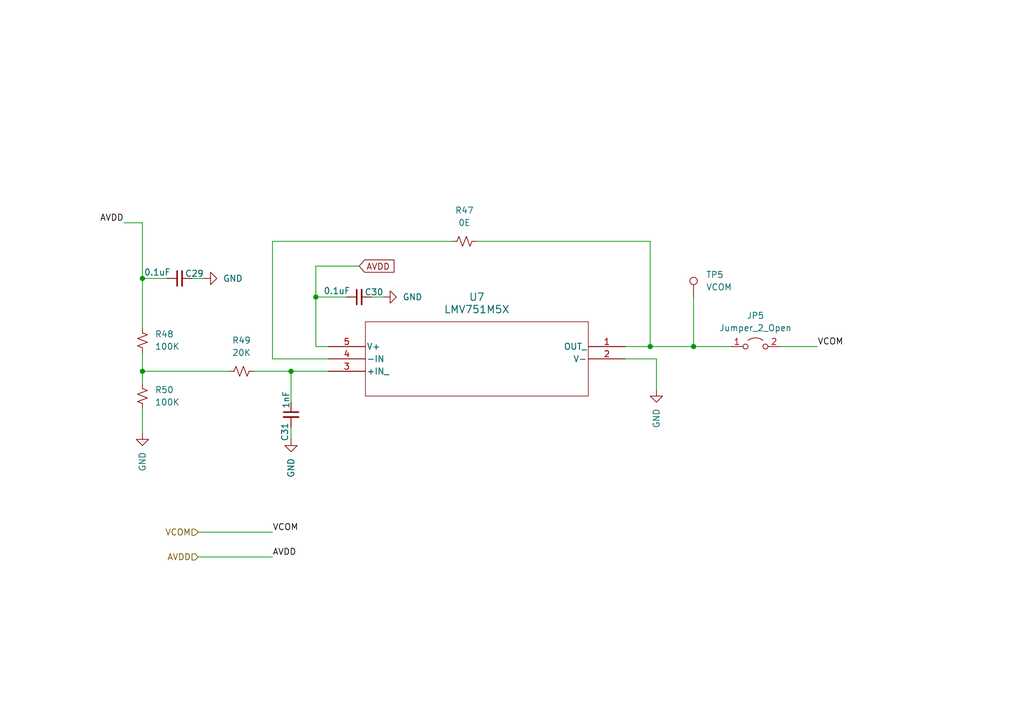
<source format=kicad_sch>
(kicad_sch (version 20231120) (generator "eeschema") (generator_version "8.0")
  (paper "A5")
  (lib_symbols
    (symbol "Connector:TestPoint" (pin_numbers hide) (pin_names (offset 0.762) hide)
      (property "Reference" "TP" (at 0 6.858 0))
      (property "Value" "TestPoint" (at 0 5.08 0))
      (symbol "TestPoint_0_1"
        (circle (center 0 3.302) (radius 0.762))
      )
      (symbol "TestPoint_1_1"
        (pin passive line (at 0 0 90) (length 2.54) (name "1") (number "1"))
      )
    )
    (symbol "Device:C_Small" (pin_numbers hide) (pin_names (offset 0.254) hide)
      (property "Reference" "C" (at 0.254 1.778 0))
      (property "Value" "C_Small" (at 0.254 -2.032 0))
      (symbol "C_Small_0_1"
        (polyline (pts (xy -1.524 -0.508) (xy 1.524 -0.508)) (stroke (width 0.3302)))
        (polyline (pts (xy -1.524 0.508) (xy 1.524 0.508)) (stroke (width 0.3048)))
      )
      (symbol "C_Small_1_1"
        (pin passive line (at 0 2.54 270) (length 2.032) (name "~") (number "1"))
        (pin passive line (at 0 -2.54 90) (length 2.032) (name "~") (number "2"))
      )
    )
    (symbol "Device:R_Small_US" (pin_numbers hide) (pin_names (offset 0.254) hide)
      (property "Reference" "R" (at 0.762 0.508 0))
      (property "Value" "R_Small_US" (at 0.762 -1.016 0))
      (symbol "R_Small_US_1_1"
        (polyline (pts (xy 0 0) (xy 1.016 -0.381) (xy 0 -0.762) (xy -1.016 -1.143) (xy 0 -1.524)))
        (polyline (pts (xy 0 1.524) (xy 1.016 1.143) (xy 0 0.762) (xy -1.016 0.381) (xy 0 0)))
        (pin passive line (at 0 2.54 270) (length 1.016) (name "~") (number "1"))
        (pin passive line (at 0 -2.54 90) (length 1.016) (name "~") (number "2"))
      )
    )
    (symbol "Jumper:Jumper_2_Open" (pin_names (offset 0) hide)
      (property "Reference" "JP" (at 0 2.794 0))
      (property "Value" "Jumper_2_Open" (at 0 -2.286 0))
      (symbol "Jumper_2_Open_0_0"
        (circle (center -2.032 0) (radius 0.508))
        (circle (center 2.032 0) (radius 0.508))
      )
      (symbol "Jumper_2_Open_0_1"
        (arc (start 1.524 1.27) (mid 0 1.778) (end -1.524 1.27))
      )
      (symbol "Jumper_2_Open_1_1"
        (pin passive line (at -5.08 0 0) (length 2.54) (name "A") (number "1"))
        (pin passive line (at 5.08 0 180) (length 2.54) (name "B") (number "2"))
      )
    )
    (symbol "Project Symbol Library:LMV751M5X" (pin_names (offset 0.254))
      (property "Reference" "U" (at 30.48 10.16 0))
      (property "Value" "LMV751M5X" (at 30.48 7.62 0))
      (symbol "LMV751M5X_0_1"
        (polyline (pts (xy 7.62 -10.16) (xy 53.34 -10.16)) (stroke (width 0.127)))
        (polyline (pts (xy 7.62 5.08) (xy 7.62 -10.16)) (stroke (width 0.127)))
        (polyline (pts (xy 53.34 -10.16) (xy 53.34 5.08)) (stroke (width 0.127)))
        (polyline (pts (xy 53.34 5.08) (xy 7.62 5.08)) (stroke (width 0.127)))
        (pin output line (at 0 0 0) (length 7.62) (name "OUT_") (number "1"))
        (pin passive line (at 0 -2.54 0) (length 7.62) (name "V-") (number "2"))
        (pin input line (at 60.96 -5.08 180) (length 7.62) (name "+IN_") (number "3"))
        (pin input line (at 60.96 -2.54 180) (length 7.62) (name "-IN") (number "4"))
        (pin passive line (at 60.96 0 180) (length 7.62) (name "V+") (number "5"))
      )
    )
    (symbol "power:GND" (power) (pin_numbers hide) (pin_names (offset 0) hide)
      (property "Value" "GND" (at 0 -3.81 0))
      (symbol "GND_0_1"
        (polyline (pts (xy 0 0) (xy 0 -1.27) (xy 1.27 -1.27) (xy 0 -2.54) (xy -1.27 -1.27) (xy 0 -1.27)))
      )
      (symbol "GND_1_1"
        (pin power_in line (at 0 0 270) (length 0) (name "~") (number "1"))
      )
    )
  )
  (junction (at 29.21 76.2))
  (junction (at 142.24 71.12))
  (junction (at 29.21 57.15))
  (junction (at 133.35 71.12))
  (junction (at 64.77 60.96))
  (junction (at 59.69 76.2))
  (wire (pts (xy 29.21 76.2) (xy 29.21 78.74)))
  (wire (pts (xy 76.2 60.96) (xy 78.74 60.96)))
  (wire (pts (xy 73.66 54.61) (xy 64.77 54.61)))
  (wire (pts (xy 59.69 76.2) (xy 67.31 76.2)))
  (wire (pts (xy 52.07 76.2) (xy 59.69 76.2)))
  (wire (pts (xy 29.21 57.15) (xy 29.21 67.31)))
  (wire (pts (xy 133.35 71.12) (xy 128.27 71.12)))
  (wire (pts (xy 142.24 71.12) (xy 149.86 71.12)))
  (wire (pts (xy 59.69 87.63) (xy 59.69 90.17)))
  (wire (pts (xy 64.77 71.12) (xy 67.31 71.12)))
  (wire (pts (xy 29.21 83.82) (xy 29.21 88.9)))
  (wire (pts (xy 29.21 45.72) (xy 29.21 57.15)))
  (wire (pts (xy 39.37 57.15) (xy 41.91 57.15)))
  (wire (pts (xy 133.35 71.12) (xy 142.24 71.12)))
  (wire (pts (xy 134.62 73.66) (xy 134.62 80.01)))
  (wire (pts (xy 40.64 114.3) (xy 55.88 114.3)))
  (wire (pts (xy 97.79 49.53) (xy 133.35 49.53)))
  (wire (pts (xy 55.88 49.53) (xy 92.71 49.53)))
  (wire (pts (xy 25.4 45.72) (xy 29.21 45.72)))
  (wire (pts (xy 59.69 76.2) (xy 59.69 82.55)))
  (wire (pts (xy 29.21 76.2) (xy 46.99 76.2)))
  (wire (pts (xy 34.29 57.15) (xy 29.21 57.15)))
  (wire (pts (xy 55.88 73.66) (xy 55.88 49.53)))
  (wire (pts (xy 64.77 60.96) (xy 64.77 71.12)))
  (wire (pts (xy 167.64 71.12) (xy 160.02 71.12)))
  (wire (pts (xy 64.77 54.61) (xy 64.77 60.96)))
  (wire (pts (xy 128.27 73.66) (xy 134.62 73.66)))
  (wire (pts (xy 67.31 73.66) (xy 55.88 73.66)))
  (wire (pts (xy 142.24 60.96) (xy 142.24 71.12)))
  (wire (pts (xy 29.21 72.39) (xy 29.21 76.2)))
  (wire (pts (xy 64.77 60.96) (xy 71.12 60.96)))
  (wire (pts (xy 133.35 49.53) (xy 133.35 71.12)))
  (wire (pts (xy 40.64 109.22) (xy 55.88 109.22)))
  (label "AVDD" (at 25.4 45.72 180))
  (label "VCOM" (at 167.64 71.12 0))
  (label "AVDD" (at 55.88 114.3 0))
  (label "VCOM" (at 55.88 109.22 0))
  (global_label "AVDD" (shape input) (at 73.66 54.61 0) (property "Intersheetrefs" "${INTERSHEET_REFS}" (effects (hide yes))))
  (hierarchical_label "VCOM" (shape input) (at 40.64 109.22 180))
  (hierarchical_label "AVDD" (shape input) (at 40.64 114.3 180))
  (symbol (lib_id "power:GND") (at 59.69 90.17 0) (unit 1)
    (property "Reference" "#PWR050" (effects (hide yes)))
    (property "Value" "GND" (at 59.6901 93.98 90) (effects (justify right)))
    (property "Description" "Power symbol creates a global label with name \"GND\" , ground" (effects (hide yes)))
  )
  (symbol (lib_id "power:GND") (at 134.62 80.01 0) (unit 1)
    (property "Reference" "#PWR048" (effects (hide yes)))
    (property "Value" "GND" (at 134.6201 83.82 90) (effects (justify right)))
    (property "Description" "Power symbol creates a global label with name \"GND\" , ground" (effects (hide yes)))
  )
  (symbol (lib_id "Device:R_Small_US") (at 49.53 76.2 90) (unit 1)
    (property "Reference" "R49" (at 49.53 69.85 90))
    (property "Value" "20K" (at 49.53 72.39 90))
    (property "Footprint" "Resistor_SMD:R_0603_1608Metric_Pad0.98x0.95mm_HandSolder" (effects (hide yes)))
    (property "Description" "Resistor, small US symbol" (effects (hide yes)))
  )
  (symbol (lib_id "power:GND") (at 29.21 88.9 0) (unit 1)
    (property "Reference" "#PWR049" (effects (hide yes)))
    (property "Value" "GND" (at 29.2101 92.71 90) (effects (justify right)))
    (property "Description" "Power symbol creates a global label with name \"GND\" , ground" (effects (hide yes)))
  )
  (symbol (lib_id "Device:R_Small_US") (at 29.21 81.28 180) (unit 1)
    (property "Reference" "R50" (at 31.75 80.0099 0) (effects (justify right)))
    (property "Value" "100K" (at 31.75 82.5499 0) (effects (justify right)))
    (property "Footprint" "Resistor_SMD:R_0603_1608Metric_Pad0.98x0.95mm_HandSolder" (effects (hide yes)))
    (property "Description" "Resistor, small US symbol" (effects (hide yes)))
  )
  (symbol (lib_id "Device:C_Small") (at 73.66 60.96 90) (unit 1)
    (property "Reference" "C30" (at 76.708 59.944 90))
    (property "Value" "0.1uF" (at 69.088 59.69 90))
    (property "Footprint" "Capacitor_SMD:C_0603_1608Metric_Pad1.08x0.95mm_HandSolder" (effects (hide yes)))
    (property "Description" "Unpolarized capacitor, small symbol" (effects (hide yes)))
  )
  (symbol (lib_id "Device:R_Small_US") (at 95.25 49.53 90) (unit 1)
    (property "Reference" "R47" (at 95.25 43.18 90))
    (property "Value" "0E" (at 95.25 45.72 90))
    (property "Footprint" "Resistor_SMD:R_0603_1608Metric_Pad0.98x0.95mm_HandSolder" (effects (hide yes)))
    (property "Description" "Resistor, small US symbol" (effects (hide yes)))
  )
  (symbol (lib_id "power:GND") (at 41.91 57.15 90) (unit 1)
    (property "Reference" "#PWR046" (effects (hide yes)))
    (property "Value" "GND" (at 45.72 57.1499 90) (effects (justify right)))
    (property "Description" "Power symbol creates a global label with name \"GND\" , ground" (effects (hide yes)))
  )
  (symbol (lib_id "Jumper:Jumper_2_Open") (at 154.94 71.12 0) (unit 1)
    (property "Reference" "JP5" (at 154.94 64.77 0))
    (property "Value" "Jumper_2_Open" (at 154.94 67.31 0))
    (property "Footprint" "TestPoint:TestPoint_2Pads_Pitch2.54mm_Drill0.8mm" (effects (hide yes)))
    (property "Description" "Jumper, 2-pole, open" (effects (hide yes)))
  )
  (symbol (lib_id "Connector:TestPoint") (at 142.24 60.96 0) (unit 1)
    (property "Reference" "TP5" (at 144.78 56.3879 0) (effects (justify left)))
    (property "Value" "VCOM" (at 144.78 58.9279 0) (effects (justify left)))
    (property "Footprint" "TestPoint:TestPoint_THTPad_D2.0mm_Drill1.0mm" (effects (hide yes)))
    (property "Description" "test point" (effects (hide yes)))
  )
  (symbol (lib_id "power:GND") (at 78.74 60.96 90) (unit 1)
    (property "Reference" "#PWR047" (effects (hide yes)))
    (property "Value" "GND" (at 82.55 60.9599 90) (effects (justify right)))
    (property "Description" "Power symbol creates a global label with name \"GND\" , ground" (effects (hide yes)))
  )
  (symbol (lib_id "Device:R_Small_US") (at 29.21 69.85 180) (unit 1)
    (property "Reference" "R48" (at 31.75 68.5799 0) (effects (justify right)))
    (property "Value" "100K" (at 31.75 71.1199 0) (effects (justify right)))
    (property "Footprint" "Resistor_SMD:R_0603_1608Metric_Pad0.98x0.95mm_HandSolder" (effects (hide yes)))
    (property "Description" "Resistor, small US symbol" (effects (hide yes)))
  )
  (symbol (lib_id "Project Symbol Library:LMV751M5X") (at 128.27 71.12 0) (mirror y) (unit 1)
    (property "Reference" "U7" (at 97.79 60.96 0) (effects (font (size 1.524 1.524))))
    (property "Value" "LMV751M5X" (at 97.79 63.5 0) (effects (font (size 1.524 1.524))))
    (property "Footprint" "Project Footprint Library:LMV751M5X" (effects (hide yes)))
    (property "Datasheet" "LMV751M5X" (effects (hide yes)))
  )
  (symbol (lib_id "Device:C_Small") (at 36.83 57.15 90) (unit 1)
    (property "Reference" "C29" (at 39.878 56.134 90))
    (property "Value" "0.1uF" (at 32.258 55.88 90))
    (property "Footprint" "Capacitor_SMD:C_0603_1608Metric_Pad1.08x0.95mm_HandSolder" (effects (hide yes)))
    (property "Description" "Unpolarized capacitor, small symbol" (effects (hide yes)))
  )
  (symbol (lib_id "Device:C_Small") (at 59.69 85.09 0) (unit 1)
    (property "Reference" "C31" (at 58.42 88.646 90))
    (property "Value" "1nF" (at 58.674 82.042 90))
    (property "Footprint" "Capacitor_SMD:C_0603_1608Metric_Pad1.08x0.95mm_HandSolder" (effects (hide yes)))
    (property "Description" "Unpolarized capacitor, small symbol" (effects (hide yes)))
  )
)
</source>
